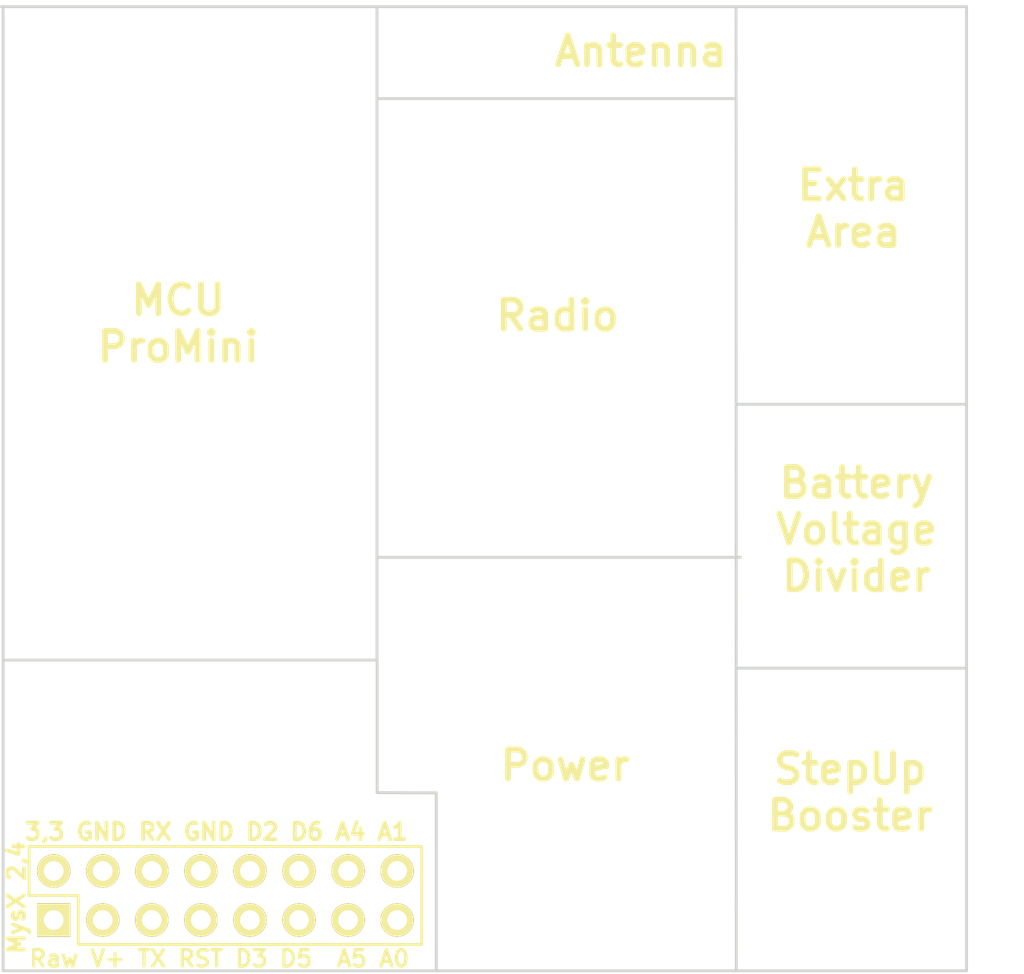
<source format=kicad_pcb>
(kicad_pcb (version 4) (host pcbnew 4.0.4-stable)

  (general
    (links 2)
    (no_connects 2)
    (area 124.474999 61.524999 174.585001 111.625001)
    (thickness 1.6)
    (drawings 24)
    (tracks -1)
    (zones 0)
    (modules 6)
    (nets 3)
  )

  (page A4)
  (layers
    (0 F.Cu signal)
    (31 B.Cu signal)
    (32 B.Adhes user)
    (33 F.Adhes user)
    (34 B.Paste user)
    (35 F.Paste user)
    (36 B.SilkS user)
    (37 F.SilkS user)
    (38 B.Mask user)
    (39 F.Mask user)
    (40 Dwgs.User user)
    (41 Cmts.User user)
    (42 Eco1.User user)
    (43 Eco2.User user)
    (44 Edge.Cuts user)
    (45 Margin user)
    (46 B.CrtYd user)
    (47 F.CrtYd user)
    (48 B.Fab user)
    (49 F.Fab user)
  )

  (setup
    (last_trace_width 0.2)
    (trace_clearance 0.2)
    (zone_clearance 0.2)
    (zone_45_only no)
    (trace_min 0.2)
    (segment_width 0.2)
    (edge_width 0.15)
    (via_size 0.6)
    (via_drill 0.4)
    (via_min_size 0.4)
    (via_min_drill 0.3)
    (uvia_size 0.3)
    (uvia_drill 0.1)
    (uvias_allowed no)
    (uvia_min_size 0.2)
    (uvia_min_drill 0.1)
    (pcb_text_width 0.3)
    (pcb_text_size 1.5 1.5)
    (mod_edge_width 0.15)
    (mod_text_size 1 1)
    (mod_text_width 0.15)
    (pad_size 1.7 2.5)
    (pad_drill 0)
    (pad_to_mask_clearance 0.2)
    (aux_axis_origin 0 0)
    (visible_elements 7FFFFFFF)
    (pcbplotparams
      (layerselection 0x010f0_80000001)
      (usegerberextensions false)
      (excludeedgelayer true)
      (linewidth 0.100000)
      (plotframeref false)
      (viasonmask false)
      (mode 1)
      (useauxorigin false)
      (hpglpennumber 1)
      (hpglpenspeed 20)
      (hpglpendiameter 15)
      (hpglpenoverlay 2)
      (psnegative false)
      (psa4output false)
      (plotreference true)
      (plotvalue true)
      (plotinvisibletext false)
      (padsonsilk false)
      (subtractmaskfromsilk false)
      (outputformat 1)
      (mirror false)
      (drillshape 0)
      (scaleselection 1)
      (outputdirectory Gerber/))
  )

  (net 0 "")
  (net 1 +3V3)
  (net 2 GND)

  (net_class Default "This is the default net class."
    (clearance 0.2)
    (trace_width 0.2)
    (via_dia 0.6)
    (via_drill 0.4)
    (uvia_dia 0.3)
    (uvia_drill 0.1)
  )

  (net_class Big ""
    (clearance 0.3)
    (trace_width 0.6)
    (via_dia 0.6)
    (via_drill 0.4)
    (uvia_dia 0.3)
    (uvia_drill 0.1)
    (add_net +3V3)
    (add_net GND)
  )

  (net_class RAW ""
    (clearance 0.2)
    (trace_width 0.4)
    (via_dia 0.6)
    (via_drill 0.4)
    (uvia_dia 0.3)
    (uvia_drill 0.1)
  )

  (net_class SPI ""
    (clearance 0.2)
    (trace_width 0.4)
    (via_dia 0.6)
    (via_drill 0.4)
    (uvia_dia 0.3)
    (uvia_drill 0.1)
  )

  (module mysensors_connectors:MYSX_2.4 locked (layer F.Cu) (tedit 5A95B4A4) (tstamp 5A749FEE)
    (at 127.254 108.9152 90)
    (descr "Through hole pin header")
    (tags "pin header MYSX 2.4")
    (path /5913589B)
    (fp_text reference P2 (at -0.4572 -1.27 90) (layer F.SilkS) hide
      (effects (font (size 0.3 0.3) (thickness 0.075)))
    )
    (fp_text value MYSX_2.4 (at 1.23698 0.12446 180) (layer F.SilkS) hide
      (effects (font (size 0.4 0.4) (thickness 0.1)))
    )
    (fp_text user 2.4 (at -1.1176 -1.2446 270) (layer Cmts.User) hide
      (effects (font (size 0.3 0.3) (thickness 0.075)))
    )
    (fp_line (start -2.54 -2.54) (end -2.54 20.32) (layer F.CrtYd) (width 0.05))
    (fp_line (start 5.08 -2.54) (end 5.08 20.32) (layer F.CrtYd) (width 0.05))
    (fp_line (start -2.54 -2.54) (end 5.08 -2.54) (layer F.CrtYd) (width 0.05))
    (fp_line (start -2.54 20.32) (end 5.08 20.32) (layer F.CrtYd) (width 0.05))
    (fp_line (start -1.27 1.27) (end -1.27 19.05) (layer F.SilkS) (width 0.15))
    (fp_line (start -1.27 19.05) (end 3.81 19.05) (layer F.SilkS) (width 0.15))
    (fp_line (start 3.81 19.05) (end 3.81 -1.27) (layer F.SilkS) (width 0.15))
    (fp_line (start 3.81 -1.27) (end 1.27 -1.27) (layer F.SilkS) (width 0.15))
    (fp_line (start 1.27 -1.27) (end 1.27 1.27) (layer F.SilkS) (width 0.15))
    (fp_line (start 1.27 1.27) (end -1.27 1.27) (layer F.SilkS) (width 0.15))
    (pad 16 thru_hole oval (at 2.54 17.78 90) (size 1.7272 1.7272) (drill 1.016) (layers *.Cu *.Mask F.SilkS))
    (pad 15 thru_hole oval (at 0 17.78 90) (size 1.7272 1.7272) (drill 1.016) (layers *.Cu *.Mask F.SilkS))
    (pad 14 thru_hole oval (at 2.54 15.24 90) (size 1.7272 1.7272) (drill 1.016) (layers *.Cu *.Mask F.SilkS))
    (pad 13 thru_hole oval (at 0 15.24 90) (size 1.7272 1.7272) (drill 1.016) (layers *.Cu *.Mask F.SilkS))
    (pad 12 thru_hole oval (at 2.54 12.7 90) (size 1.7272 1.7272) (drill 1.016) (layers *.Cu *.Mask F.SilkS))
    (pad 11 thru_hole oval (at 0 12.7 90) (size 1.7272 1.7272) (drill 1.016) (layers *.Cu *.Mask F.SilkS))
    (pad 10 thru_hole oval (at 2.54 10.16 90) (size 1.7272 1.7272) (drill 1.016) (layers *.Cu *.Mask F.SilkS))
    (pad 9 thru_hole oval (at 0 10.16 90) (size 1.7272 1.7272) (drill 1.016) (layers *.Cu *.Mask F.SilkS))
    (pad 1 thru_hole rect (at 0 0 90) (size 1.7272 1.7272) (drill 1.016) (layers *.Cu *.Mask F.SilkS))
    (pad 2 thru_hole oval (at 2.54 0 90) (size 1.7272 1.7272) (drill 1.016) (layers *.Cu *.Mask F.SilkS)
      (net 1 +3V3))
    (pad 3 thru_hole oval (at 0 2.54 90) (size 1.7272 1.7272) (drill 1.016) (layers *.Cu *.Mask F.SilkS)
      (net 1 +3V3))
    (pad 4 thru_hole oval (at 2.54 2.54 90) (size 1.7272 1.7272) (drill 1.016) (layers *.Cu *.Mask F.SilkS)
      (net 2 GND))
    (pad 5 thru_hole oval (at 0 5.08 90) (size 1.7272 1.7272) (drill 1.016) (layers *.Cu *.Mask F.SilkS))
    (pad 6 thru_hole oval (at 2.54 5.08 90) (size 1.7272 1.7272) (drill 1.016) (layers *.Cu *.Mask F.SilkS))
    (pad 7 thru_hole oval (at 0 7.62 90) (size 1.7272 1.7272) (drill 1.016) (layers *.Cu *.Mask F.SilkS))
    (pad 8 thru_hole oval (at 2.54 7.62 90) (size 1.7272 1.7272) (drill 1.016) (layers *.Cu *.Mask F.SilkS)
      (net 2 GND))
    (model Pin_Headers.3dshapes/Pin_Header_Straight_2x08.wrl
      (at (xyz 0.05 -0.35 0))
      (scale (xyz 1 1 1))
      (rotate (xyz 0 0 90))
    )
  )

  (module Mounting_Holes:MountingHole_2.5mm (layer F.Cu) (tedit 5A903C24) (tstamp 5A95B769)
    (at 148.55698 92.66682)
    (descr "Mounting Hole 2.5mm, no annular")
    (tags "mounting hole 2.5mm no annular")
    (path /5A888A06)
    (attr virtual)
    (fp_text reference P3 (at 0 0.0762) (layer F.SilkS) hide
      (effects (font (size 0.3 0.3) (thickness 0.075)))
    )
    (fp_text value Mount_Hole (at 0 0 180) (layer F.Fab) hide
      (effects (font (size 0.3 0.3) (thickness 0.075)))
    )
    (fp_text user %R (at 0.3 0) (layer F.Fab)
      (effects (font (size 1 1) (thickness 0.15)))
    )
    (fp_circle (center 0 0) (end 2.5 0) (layer Cmts.User) (width 0.15))
    (fp_circle (center 0 0) (end 2.75 0) (layer F.CrtYd) (width 0.05))
    (pad 1 np_thru_hole circle (at 0 0) (size 2.5 2.5) (drill 2.5) (layers *.Cu *.Mask))
  )

  (module Mounting_Holes:MountingHole_2.5mm locked (layer F.Cu) (tedit 5A931A7B) (tstamp 5A903A1D)
    (at 150.7744 64.03848)
    (descr "Mounting Hole 2.5mm, no annular")
    (tags "mounting hole 2.5mm no annular")
    (path /5A888A06)
    (attr virtual)
    (fp_text reference P3 (at -0.04572 0.13208) (layer F.SilkS) hide
      (effects (font (size 0.3 0.3) (thickness 0.075)))
    )
    (fp_text value Mount_Hole (at 0.01016 0.00508) (layer F.Fab)
      (effects (font (size 0.3 0.3) (thickness 0.075)))
    )
    (fp_text user %R (at 0.3 0) (layer F.Fab)
      (effects (font (size 1 1) (thickness 0.15)))
    )
    (fp_circle (center 0 0) (end 2.5 0) (layer Cmts.User) (width 0.15))
    (fp_circle (center 0 0) (end 2.75 0) (layer F.CrtYd) (width 0.05))
    (pad 1 np_thru_hole circle (at 0 0) (size 2.5 2.5) (drill 2.5) (layers *.Cu *.Mask))
  )

  (module Mounting_Holes:MountingHole_2.5mm locked (layer F.Cu) (tedit 5A903C24) (tstamp 5A887E51)
    (at 128.2192 99.4664)
    (descr "Mounting Hole 2.5mm, no annular")
    (tags "mounting hole 2.5mm no annular")
    (path /5A888A06)
    (attr virtual)
    (fp_text reference P3 (at 0 0.0762) (layer F.SilkS) hide
      (effects (font (size 0.3 0.3) (thickness 0.075)))
    )
    (fp_text value Mount_Hole (at 0 0 180) (layer F.Fab) hide
      (effects (font (size 0.3 0.3) (thickness 0.075)))
    )
    (fp_text user %R (at 0.3 0) (layer F.Fab)
      (effects (font (size 1 1) (thickness 0.15)))
    )
    (fp_circle (center 0 0) (end 2.5 0) (layer Cmts.User) (width 0.15))
    (fp_circle (center 0 0) (end 2.75 0) (layer F.CrtYd) (width 0.05))
    (pad 1 np_thru_hole circle (at 0 0) (size 2.5 2.5) (drill 2.5) (layers *.Cu *.Mask))
  )

  (module Mounting_Holes:MountingHole_2.5mm locked (layer F.Cu) (tedit 5A903C5A) (tstamp 5A887E56)
    (at 171.68622 108.67644)
    (descr "Mounting Hole 2.5mm, no annular")
    (tags "mounting hole 2.5mm no annular")
    (path /5A88896A)
    (attr virtual)
    (fp_text reference P10 (at 4.21 1.5) (layer F.SilkS) hide
      (effects (font (size 1 1) (thickness 0.15)))
    )
    (fp_text value Mount_Hole (at -0.0193 0.0215) (layer F.Fab)
      (effects (font (size 0.3 0.3) (thickness 0.075)))
    )
    (fp_text user %R (at 4.23 1.21) (layer F.Fab)
      (effects (font (size 1 1) (thickness 0.15)))
    )
    (fp_circle (center 0 0) (end 2.5 0) (layer Cmts.User) (width 0.15))
    (fp_circle (center 0 0) (end 2.75 0) (layer F.CrtYd) (width 0.05))
    (pad 1 np_thru_hole circle (at 0 0) (size 2.5 2.5) (drill 2.5) (layers *.Cu *.Mask))
  )

  (module Mounting_Holes:MountingHole_2.5mm locked (layer F.Cu) (tedit 5A931A85) (tstamp 5A887E5B)
    (at 172.03 64.1)
    (descr "Mounting Hole 2.5mm, no annular")
    (tags "mounting hole 2.5mm no annular")
    (path /5A88865D)
    (attr virtual)
    (fp_text reference P11 (at 0.01436 0.09088) (layer F.SilkS) hide
      (effects (font (size 0.3 0.3) (thickness 0.03175)))
    )
    (fp_text value Mount_Hole (at -0.00088 0.01468) (layer F.Fab)
      (effects (font (size 0.3 0.3) (thickness 0.075)))
    )
    (fp_text user %R (at 0.3 0) (layer F.Fab)
      (effects (font (size 1 1) (thickness 0.15)))
    )
    (fp_circle (center 0 0) (end 2.5 0) (layer Cmts.User) (width 0.15))
    (fp_circle (center 0 0) (end 2.75 0) (layer F.CrtYd) (width 0.05))
    (pad 1 np_thru_hole circle (at 0 0) (size 2.5 2.5) (drill 2.5) (layers *.Cu *.Mask))
  )

  (gr_text Antenna (at 157.65 63.92) (layer F.SilkS) (tstamp 5AC383B4)
    (effects (font (size 1.5 1.5) (thickness 0.3)))
  )
  (gr_text "Extra\nArea" (at 168.65 72.07) (layer F.SilkS) (tstamp 5AC38396)
    (effects (font (size 1.5 1.5) (thickness 0.3)))
  )
  (gr_text "Battery\nVoltage\nDivider" (at 168.82 88.69) (layer F.SilkS) (tstamp 5AC38394)
    (effects (font (size 1.5 1.5) (thickness 0.3)))
  )
  (gr_text "StepUp\nBooster" (at 168.49 102.3) (layer F.SilkS) (tstamp 5AC3838A)
    (effects (font (size 1.5 1.5) (thickness 0.3)))
  )
  (gr_text Power (at 153.74 100.91) (layer F.SilkS) (tstamp 5AC38384)
    (effects (font (size 1.5 1.5) (thickness 0.3)))
  )
  (gr_text "MCU\nProMini" (at 133.7 78.02) (layer F.SilkS)
    (effects (font (size 1.5 1.5) (thickness 0.3)))
  )
  (gr_text "Radio\n" (at 153.34 77.61) (layer F.SilkS)
    (effects (font (size 1.5 1.5) (thickness 0.3)))
  )
  (gr_line (start 147.06 102.33) (end 147.06 111.55) (layer Edge.Cuts) (width 0.15))
  (gr_line (start 144 102.32) (end 147.06 102.33) (layer Edge.Cuts) (width 0.15))
  (gr_line (start 144 95.46) (end 144 102.32) (layer Edge.Cuts) (width 0.15))
  (gr_line (start 143.99 66.37) (end 162.58 66.37) (layer Edge.Cuts) (width 0.15))
  (gr_line (start 162.59 95.87) (end 174.41 95.87) (layer Edge.Cuts) (width 0.15))
  (gr_line (start 174.48 82.2) (end 162.57 82.2) (layer Edge.Cuts) (width 0.15))
  (gr_line (start 162.58 61.64) (end 162.59 111.55) (layer Edge.Cuts) (width 0.15))
  (gr_line (start 143.98 90.13) (end 162.8 90.13) (layer Edge.Cuts) (width 0.15))
  (gr_line (start 143.99 95.45) (end 143.99 61.62) (layer Edge.Cuts) (width 0.15))
  (gr_line (start 124.65 95.45) (end 143.99 95.45) (layer Edge.Cuts) (width 0.15))
  (gr_text "MysX 2,4" (at 125.32868 107.7468 90) (layer F.SilkS) (tstamp 5A95BFD1)
    (effects (font (size 0.85 0.85) (thickness 0.2)))
  )
  (gr_text "3,3 GND RX GND D2 D6 A4 A1" (at 135.67156 104.3432) (layer F.SilkS)
    (effects (font (size 0.85 0.85) (thickness 0.2)))
  )
  (gr_text "Raw V+ TX RST D3 D5  A5 A0\n" (at 135.83412 110.91418) (layer F.SilkS)
    (effects (font (size 0.85 0.85) (thickness 0.175)))
  )
  (gr_line (start 124.64 111.54) (end 124.64 61.6) (angle 90) (layer Edge.Cuts) (width 0.15))
  (gr_line (start 174.51 111.54) (end 124.64 111.54) (angle 90) (layer Edge.Cuts) (width 0.15))
  (gr_line (start 174.51 61.61) (end 174.51 111.54) (angle 90) (layer Edge.Cuts) (width 0.15))
  (gr_line (start 124.55 61.61) (end 174.51 61.61) (angle 90) (layer Edge.Cuts) (width 0.15))


)

</source>
